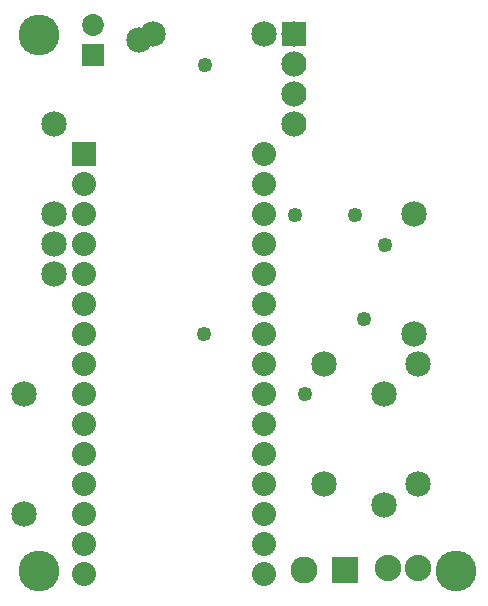
<source format=gbs>
G04 MADE WITH FRITZING*
G04 WWW.FRITZING.ORG*
G04 DOUBLE SIDED*
G04 HOLES PLATED*
G04 CONTOUR ON CENTER OF CONTOUR VECTOR*
%ASAXBY*%
%FSLAX23Y23*%
%MOIN*%
%OFA0B0*%
%SFA1.0B1.0*%
%ADD10C,0.080000*%
%ADD11C,0.084000*%
%ADD12C,0.085000*%
%ADD13C,0.090000*%
%ADD14C,0.049370*%
%ADD15C,0.135984*%
%ADD16C,0.072992*%
%ADD17C,0.088000*%
%ADD18R,0.079972X0.080000*%
%ADD19R,0.084000X0.084000*%
%ADD20R,0.090000X0.090000*%
%ADD21R,0.072992X0.072992*%
%LNMASK0*%
G90*
G70*
G54D10*
X244Y1480D03*
X244Y1380D03*
X244Y1280D03*
X244Y1180D03*
X244Y1080D03*
X244Y980D03*
X244Y880D03*
X244Y780D03*
X244Y680D03*
X244Y580D03*
X244Y480D03*
X244Y380D03*
X244Y280D03*
X244Y180D03*
X244Y80D03*
X844Y1480D03*
X844Y1380D03*
X844Y1280D03*
X844Y1180D03*
X844Y1080D03*
X844Y980D03*
X844Y880D03*
X844Y780D03*
X844Y680D03*
X844Y580D03*
X844Y480D03*
X844Y380D03*
X844Y280D03*
X844Y180D03*
X844Y80D03*
G54D11*
X944Y1780D03*
X944Y1680D03*
X944Y1580D03*
X944Y1880D03*
G54D12*
X144Y1280D03*
X144Y1180D03*
X144Y1080D03*
X474Y1880D03*
X844Y1880D03*
X1244Y310D03*
X1244Y680D03*
G54D13*
X1114Y96D03*
X976Y96D03*
G54D12*
X1044Y780D03*
X1044Y380D03*
X44Y280D03*
X44Y680D03*
X1356Y780D03*
X1356Y380D03*
X1344Y1280D03*
X1344Y880D03*
X427Y1862D03*
X144Y1580D03*
G54D14*
X1246Y1179D03*
X1146Y1279D03*
X945Y1279D03*
X645Y1779D03*
X644Y880D03*
X1176Y931D03*
G54D15*
X92Y1878D03*
X1484Y91D03*
X93Y92D03*
G54D16*
X273Y1812D03*
X273Y1910D03*
G54D17*
X1355Y103D03*
X1255Y103D03*
G54D14*
X978Y681D03*
G54D18*
X244Y1480D03*
G54D19*
X944Y1880D03*
G54D20*
X1114Y96D03*
G54D21*
X273Y1812D03*
G04 End of Mask0*
M02*
</source>
